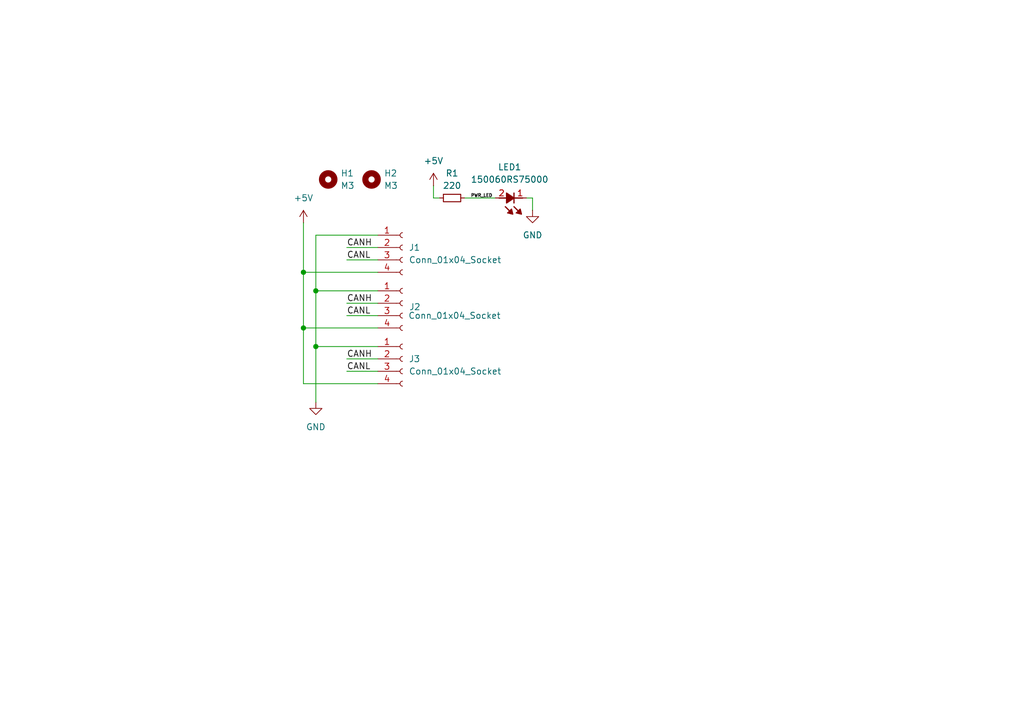
<source format=kicad_sch>
(kicad_sch (version 20250114) (generator "eeschema") (generator_version "9.0")
  (paper "A5")
  (title_block (title "SDM26 CAN Splitter") (date "2025-06-06") (rev "V1.1") (company "Sundevil Motorsports"))
  (lib_symbols
    (symbol "Connector:Conn_01x04_Socket" (pin_names (offset 1.016) (hide yes))
      (property "Reference" "J" (at 0 5.08 0))
      (property "Value" "Conn_01x04_Socket" (at 0 -7.62 0))
      (symbol "Conn_01x04_Socket_1_1"
        (polyline (pts (xy -1.27 2.54) (xy -0.508 2.54)) (stroke (width 0.1524)))
        (polyline (pts (xy -1.27 0) (xy -0.508 0)) (stroke (width 0.1524)))
        (polyline (pts (xy -1.27 -2.54) (xy -0.508 -2.54)) (stroke (width 0.1524)))
        (polyline (pts (xy -1.27 -5.08) (xy -0.508 -5.08)) (stroke (width 0.1524)))
        (arc (start 0 2.032) (mid -0.5058 2.54) (end 0 3.048) (stroke (width 0.1524)))
        (arc (start 0 -0.508) (mid -0.5058 0) (end 0 0.508) (stroke (width 0.1524)))
        (arc (start 0 -3.048) (mid -0.5058 -2.54) (end 0 -2.032) (stroke (width 0.1524)))
        (arc (start 0 -5.588) (mid -0.5058 -5.08) (end 0 -4.572) (stroke (width 0.1524)))
        (pin passive line (at -5.08 2.54 0) (length 3.81) (name "Pin_1") (number "1"))
        (pin passive line (at -5.08 0 0) (length 3.81) (name "Pin_2") (number "2"))
        (pin passive line (at -5.08 -2.54 0) (length 3.81) (name "Pin_3") (number "3"))
        (pin passive line (at -5.08 -5.08 0) (length 3.81) (name "Pin_4") (number "4"))
      )
    )
    (symbol "Device:R_Small" (pin_numbers (hide yes)) (pin_names (offset 0.254) (hide yes))
      (property "Reference" "R" (at 0.762 0.508 0))
      (property "Value" "R_Small" (at 0.762 -1.016 0))
      (symbol "R_Small_0_1"
        (rectangle (start -0.762 1.778) (end 0.762 -1.778) (stroke (width 0.2032)))
      )
      (symbol "R_Small_1_1"
        (pin passive line (at 0 2.54 270) (length 0.762) (name "~") (number "1"))
        (pin passive line (at 0 -2.54 90) (length 0.762) (name "~") (number "2"))
      )
    )
    (symbol "Mechanical:MountingHole" (pin_names (offset 1.016))
      (property "Reference" "H" (at 0 5.08 0))
      (property "Value" "MountingHole" (at 0 3.175 0))
      (symbol "MountingHole_0_1"
        (circle (center 0 0) (radius 1.27) (stroke (width 1.27)))
      )
    )
    (symbol "SDM_LED:150060RS75000" (pin_names (hide yes))
      (property "Reference" "LED" (at 12.7 8.89 0))
      (property "Value" "150060RS75000" (at 12.7 6.35 0))
      (symbol "150060RS75000_1_1"
        (polyline (pts (xy 3.302 0) (xy 5.842 0)) (stroke (width 0.254)))
        (polyline (pts (xy 4.572 3.048) (xy 3.81 2.286) (xy 3.556 3.302) (xy 4.572 3.048)) (stroke (width 0.254)) (fill (type outline)))
        (polyline (pts (xy 5.08 1.778) (xy 4.318 2.54)) (stroke (width 0.254)))
        (polyline (pts (xy 5.08 1.016) (xy 5.08 -1.016)) (stroke (width 0.254)))
        (polyline (pts (xy 5.08 0) (xy 6.604 1.016) (xy 6.604 -1.016) (xy 5.08 0)) (stroke (width 0.254)) (fill (type outline)))
        (polyline (pts (xy 5.588 0) (xy 8.128 0)) (stroke (width 0.254)))
        (polyline (pts (xy 6.35 3.048) (xy 5.588 2.286) (xy 5.334 3.302) (xy 6.35 3.048)) (stroke (width 0.254)) (fill (type outline)))
        (polyline (pts (xy 6.858 1.778) (xy 6.096 2.54)) (stroke (width 0.254)))
        (pin passive line (at 2.54 0 0) (length 2.54) (name "K") (number "1"))
        (pin passive line (at 8.89 0 180) (length 2.54) (name "A") (number "2"))
      )
    )
    (symbol "power:+5V" (power) (pin_numbers (hide yes)) (pin_names (offset 0) (hide yes))
      (property "Value" "+5V" (at 0 3.556 0))
      (symbol "+5V_0_1"
        (polyline (pts (xy -0.762 1.27) (xy 0 2.54)))
        (polyline (pts (xy 0 2.54) (xy 0.762 1.27)))
        (polyline (pts (xy 0 0) (xy 0 2.54)))
      )
      (symbol "+5V_1_1"
        (pin power_in line (at 0 0 90) (length 0) (name "~") (number "1"))
      )
    )
    (symbol "power:GND" (power) (pin_numbers (hide yes)) (pin_names (offset 0) (hide yes))
      (property "Value" "GND" (at 0 -3.81 0))
      (symbol "GND_0_1"
        (polyline (pts (xy 0 0) (xy 0 -1.27) (xy 1.27 -1.27) (xy 0 -2.54) (xy -1.27 -1.27) (xy 0 -1.27)))
      )
      (symbol "GND_1_1"
        (pin power_in line (at 0 0 270) (length 0) (name "~") (number "1"))
      )
    )
  )
  (junction (at 64.77 59.69))
  (junction (at 62.23 55.88))
  (junction (at 62.23 67.31))
  (junction (at 64.77 71.12))
  (wire (pts (xy 64.77 59.69) (xy 77.47 59.69)))
  (wire (pts (xy 62.23 45.72) (xy 62.23 55.88)))
  (wire (pts (xy 64.77 59.69) (xy 64.77 71.12)))
  (wire (pts (xy 64.77 48.26) (xy 64.77 59.69)))
  (wire (pts (xy 71.12 53.34) (xy 77.47 53.34)))
  (wire (pts (xy 62.23 67.31) (xy 62.23 55.88)))
  (wire (pts (xy 64.77 71.12) (xy 64.77 82.55)))
  (wire (pts (xy 77.47 48.26) (xy 64.77 48.26)))
  (wire (pts (xy 88.9 40.64) (xy 90.17 40.64)))
  (wire (pts (xy 71.12 50.8) (xy 77.47 50.8)))
  (wire (pts (xy 71.12 76.2) (xy 77.47 76.2)))
  (wire (pts (xy 109.22 40.64) (xy 109.22 43.18)))
  (wire (pts (xy 77.47 55.88) (xy 62.23 55.88)))
  (wire (pts (xy 62.23 78.74) (xy 62.23 67.31)))
  (wire (pts (xy 71.12 73.66) (xy 77.47 73.66)))
  (wire (pts (xy 64.77 71.12) (xy 77.47 71.12)))
  (wire (pts (xy 95.25 40.64) (xy 101.6 40.64)))
  (wire (pts (xy 77.47 78.74) (xy 62.23 78.74)))
  (wire (pts (xy 71.12 62.23) (xy 77.47 62.23)))
  (wire (pts (xy 88.9 38.1) (xy 88.9 40.64)))
  (wire (pts (xy 77.47 67.31) (xy 62.23 67.31)))
  (wire (pts (xy 71.12 64.77) (xy 77.47 64.77)))
  (wire (pts (xy 107.95 40.64) (xy 109.22 40.64)))
  (label "CANH" (at 71.12 62.23 0))
  (label "CANL" (at 71.12 64.77 0))
  (label "CANL" (at 71.12 76.2 0))
  (label "PWR_LED" (at 96.52 40.64 0) (effects (font (size 0.65 0.65))))
  (label "CANL" (at 71.12 53.34 0))
  (label "CANH" (at 71.12 73.66 0))
  (label "CANH" (at 71.12 50.8 0))
  (symbol (lib_id "power:GND") (at 64.77 82.55 0) (unit 1)
    (property "Reference" "#PWR02" (effects (hide yes)))
    (property "Value" "GND" (at 64.77 87.63 0))
    (property "Description" "Power symbol creates a global label with name \"GND\" , ground" (effects (hide yes)))
  )
  (symbol (lib_id "Mechanical:MountingHole") (at 76.2 36.83 0) (unit 1)
    (property "Reference" "H2" (at 78.74 35.56 0) (effects (justify left)))
    (property "Value" "M3" (at 78.74 38.1 0) (effects (justify left)))
    (property "Footprint" "MountingHole:MountingHole_3.2mm_M3" (effects (hide yes)))
  )
  (symbol (lib_id "Mechanical:MountingHole") (at 67.31 36.83 0) (unit 1)
    (property "Reference" "H1" (at 69.85 35.56 0) (effects (justify left)))
    (property "Value" "M3" (at 69.85 38.1 0) (effects (justify left)))
    (property "Footprint" "MountingHole:MountingHole_3.2mm_M3" (effects (hide yes)))
  )
  (symbol (lib_id "power:GND") (at 109.22 43.18 0) (unit 1)
    (property "Reference" "#PWR04" (effects (hide yes)))
    (property "Value" "GND" (at 109.22 48.26 0))
    (property "Description" "Power symbol creates a global label with name \"GND\" , ground" (effects (hide yes)))
  )
  (symbol (lib_id "power:+5V") (at 62.23 45.72 0) (unit 1)
    (property "Reference" "#PWR01" (effects (hide yes)))
    (property "Value" "+5V" (at 62.23 40.64 0))
    (property "Description" "Power symbol creates a global label with name \"+5V\"" (effects (hide yes)))
  )
  (symbol (lib_id "SDM_LED:150060RS75000") (at 110.49 40.64 180) (unit 1)
    (property "Reference" "LED1" (at 104.521 34.29 0))
    (property "Value" "150060RS75000" (at 104.521 36.83 0))
    (property "Footprint" "SDM_MiscFootprint:LEDC1608X80N" (effects (hide yes)))
    (property "Datasheet" "http://katalog.we-online.de/led/datasheet/150060RS75000.pdf" (effects (hide yes)))
    (property "Description" "WURTH ELEKTRONIK - 150060RS75000 - LED, 0603, RED, 250MCD, 625NM" (effects (hide yes)))
    (property "Height" "0.8" (effects (hide yes)))
    (property "Mouser Part Number" "710-150060RS75000" (effects (hide yes)))
    (property "Mouser Price/Stock" "https://www.mouser.co.uk/ProductDetail/Wurth-Elektronik/150060RS75000?qs=LlUlMxKIyB3QnmZ3fw%2FVCA%3D%3D" (effects (hide yes)))
    (property "Manufacturer_Name" "Wurth Elektronik" (effects (hide yes)))
    (property "Manufacturer_Part_Number" "150060RS75000" (effects (hide yes)))
  )
  (symbol (lib_id "Device:R_Small") (at 92.71 40.64 270) (unit 1)
    (property "Reference" "R1" (at 92.71 35.56 90))
    (property "Value" "220" (at 92.71 38.1 90))
    (property "Footprint" "Capacitor_SMD:C_0603_1608Metric" (effects (hide yes)))
  )
  (symbol (lib_id "Connector:Conn_01x04_Socket") (at 82.55 73.66 0) (unit 1)
    (property "Reference" "J3" (at 83.82 73.6599 0) (effects (justify left)))
    (property "Value" "Conn_01x04_Socket" (at 83.82 76.1999 0) (effects (justify left)))
    (property "Footprint" "Connector_JST:JST_EH_S4B-EH_1x04_P2.50mm_Horizontal" (effects (hide yes)))
    (property "Description" "Generic connector, single row, 01x04, script generated" (effects (hide yes)))
  )
  (symbol (lib_id "Connector:Conn_01x04_Socket") (at 82.55 62.23 0) (unit 1)
    (property "Reference" "J2" (at 85.09 62.992 0))
    (property "Value" "Conn_01x04_Socket" (at 93.218 64.77 0))
    (property "Footprint" "Connector_JST:JST_EH_S4B-EH_1x04_P2.50mm_Horizontal" (effects (hide yes)))
    (property "Description" "Generic connector, single row, 01x04, script generated" (effects (hide yes)))
  )
  (symbol (lib_id "power:+5V") (at 88.9 38.1 0) (unit 1)
    (property "Reference" "#PWR03" (effects (hide yes)))
    (property "Value" "+5V" (at 88.9 33.02 0))
    (property "Description" "Power symbol creates a global label with name \"+5V\"" (effects (hide yes)))
  )
  (symbol (lib_id "Connector:Conn_01x04_Socket") (at 82.55 50.8 0) (unit 1)
    (property "Reference" "J1" (at 83.82 50.7999 0) (effects (justify left)))
    (property "Value" "Conn_01x04_Socket" (at 83.82 53.3399 0) (effects (justify left)))
    (property "Footprint" "Connector_JST:JST_EH_S4B-EH_1x04_P2.50mm_Horizontal" (effects (hide yes)))
    (property "Description" "Generic connector, single row, 01x04, script generated" (effects (hide yes)))
  )
)
</source>
